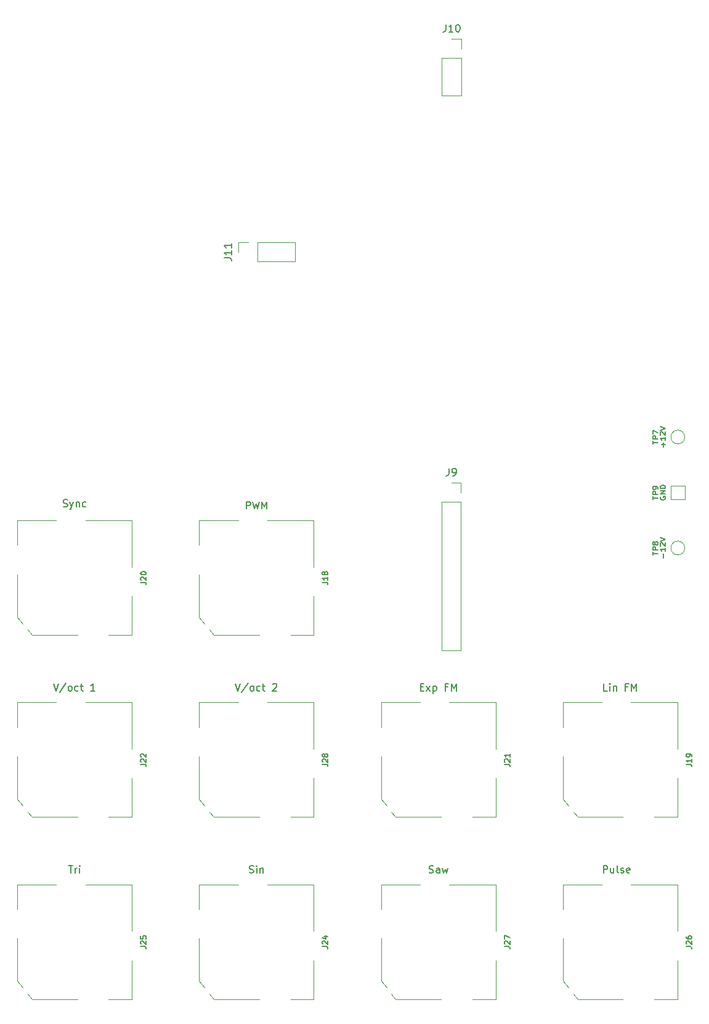
<source format=gto>
G04 #@! TF.GenerationSoftware,KiCad,Pcbnew,6.0.1-79c1e3a40b~116~ubuntu20.04.1*
G04 #@! TF.CreationDate,2022-01-29T22:23:29-05:00*
G04 #@! TF.ProjectId,herovco_back,6865726f-7663-46f5-9f62-61636b2e6b69,rev?*
G04 #@! TF.SameCoordinates,Original*
G04 #@! TF.FileFunction,Legend,Top*
G04 #@! TF.FilePolarity,Positive*
%FSLAX46Y46*%
G04 Gerber Fmt 4.6, Leading zero omitted, Abs format (unit mm)*
G04 Created by KiCad (PCBNEW 6.0.1-79c1e3a40b~116~ubuntu20.04.1) date 2022-01-29 22:23:29*
%MOMM*%
%LPD*%
G01*
G04 APERTURE LIST*
%ADD10C,0.150000*%
%ADD11C,0.120000*%
G04 APERTURE END LIST*
D10*
X113486666Y-162012380D02*
X114058095Y-162012380D01*
X113772380Y-163012380D02*
X113772380Y-162012380D01*
X114391428Y-163012380D02*
X114391428Y-162345714D01*
X114391428Y-162536190D02*
X114439047Y-162440952D01*
X114486666Y-162393333D01*
X114581904Y-162345714D01*
X114677142Y-162345714D01*
X115010476Y-163012380D02*
X115010476Y-162345714D01*
X115010476Y-162012380D02*
X114962857Y-162060000D01*
X115010476Y-162107619D01*
X115058095Y-162060000D01*
X115010476Y-162012380D01*
X115010476Y-162107619D01*
X136439047Y-137012380D02*
X136772380Y-138012380D01*
X137105714Y-137012380D01*
X138153333Y-136964761D02*
X137296190Y-138250476D01*
X138629523Y-138012380D02*
X138534285Y-137964761D01*
X138486666Y-137917142D01*
X138439047Y-137821904D01*
X138439047Y-137536190D01*
X138486666Y-137440952D01*
X138534285Y-137393333D01*
X138629523Y-137345714D01*
X138772380Y-137345714D01*
X138867619Y-137393333D01*
X138915238Y-137440952D01*
X138962857Y-137536190D01*
X138962857Y-137821904D01*
X138915238Y-137917142D01*
X138867619Y-137964761D01*
X138772380Y-138012380D01*
X138629523Y-138012380D01*
X139820000Y-137964761D02*
X139724761Y-138012380D01*
X139534285Y-138012380D01*
X139439047Y-137964761D01*
X139391428Y-137917142D01*
X139343809Y-137821904D01*
X139343809Y-137536190D01*
X139391428Y-137440952D01*
X139439047Y-137393333D01*
X139534285Y-137345714D01*
X139724761Y-137345714D01*
X139820000Y-137393333D01*
X140105714Y-137345714D02*
X140486666Y-137345714D01*
X140248571Y-137012380D02*
X140248571Y-137869523D01*
X140296190Y-137964761D01*
X140391428Y-138012380D01*
X140486666Y-138012380D01*
X141534285Y-137107619D02*
X141581904Y-137060000D01*
X141677142Y-137012380D01*
X141915238Y-137012380D01*
X142010476Y-137060000D01*
X142058095Y-137107619D01*
X142105714Y-137202857D01*
X142105714Y-137298095D01*
X142058095Y-137440952D01*
X141486666Y-138012380D01*
X142105714Y-138012380D01*
X161867619Y-137488571D02*
X162200952Y-137488571D01*
X162343809Y-138012380D02*
X161867619Y-138012380D01*
X161867619Y-137012380D01*
X162343809Y-137012380D01*
X162677142Y-138012380D02*
X163200952Y-137345714D01*
X162677142Y-137345714D02*
X163200952Y-138012380D01*
X163581904Y-137345714D02*
X163581904Y-138345714D01*
X163581904Y-137393333D02*
X163677142Y-137345714D01*
X163867619Y-137345714D01*
X163962857Y-137393333D01*
X164010476Y-137440952D01*
X164058095Y-137536190D01*
X164058095Y-137821904D01*
X164010476Y-137917142D01*
X163962857Y-137964761D01*
X163867619Y-138012380D01*
X163677142Y-138012380D01*
X163581904Y-137964761D01*
X165581904Y-137488571D02*
X165248571Y-137488571D01*
X165248571Y-138012380D02*
X165248571Y-137012380D01*
X165724761Y-137012380D01*
X166105714Y-138012380D02*
X166105714Y-137012380D01*
X166439047Y-137726666D01*
X166772380Y-137012380D01*
X166772380Y-138012380D01*
X138343809Y-162964761D02*
X138486666Y-163012380D01*
X138724761Y-163012380D01*
X138820000Y-162964761D01*
X138867619Y-162917142D01*
X138915238Y-162821904D01*
X138915238Y-162726666D01*
X138867619Y-162631428D01*
X138820000Y-162583809D01*
X138724761Y-162536190D01*
X138534285Y-162488571D01*
X138439047Y-162440952D01*
X138391428Y-162393333D01*
X138343809Y-162298095D01*
X138343809Y-162202857D01*
X138391428Y-162107619D01*
X138439047Y-162060000D01*
X138534285Y-162012380D01*
X138772380Y-162012380D01*
X138915238Y-162060000D01*
X139343809Y-163012380D02*
X139343809Y-162345714D01*
X139343809Y-162012380D02*
X139296190Y-162060000D01*
X139343809Y-162107619D01*
X139391428Y-162060000D01*
X139343809Y-162012380D01*
X139343809Y-162107619D01*
X139820000Y-162345714D02*
X139820000Y-163012380D01*
X139820000Y-162440952D02*
X139867619Y-162393333D01*
X139962857Y-162345714D01*
X140105714Y-162345714D01*
X140200952Y-162393333D01*
X140248571Y-162488571D01*
X140248571Y-163012380D01*
X137915238Y-113012380D02*
X137915238Y-112012380D01*
X138296190Y-112012380D01*
X138391428Y-112060000D01*
X138439047Y-112107619D01*
X138486666Y-112202857D01*
X138486666Y-112345714D01*
X138439047Y-112440952D01*
X138391428Y-112488571D01*
X138296190Y-112536190D01*
X137915238Y-112536190D01*
X138820000Y-112012380D02*
X139058095Y-113012380D01*
X139248571Y-112298095D01*
X139439047Y-113012380D01*
X139677142Y-112012380D01*
X140058095Y-113012380D02*
X140058095Y-112012380D01*
X140391428Y-112726666D01*
X140724761Y-112012380D01*
X140724761Y-113012380D01*
X112772380Y-112698761D02*
X112915238Y-112746380D01*
X113153333Y-112746380D01*
X113248571Y-112698761D01*
X113296190Y-112651142D01*
X113343809Y-112555904D01*
X113343809Y-112460666D01*
X113296190Y-112365428D01*
X113248571Y-112317809D01*
X113153333Y-112270190D01*
X112962857Y-112222571D01*
X112867619Y-112174952D01*
X112820000Y-112127333D01*
X112772380Y-112032095D01*
X112772380Y-111936857D01*
X112820000Y-111841619D01*
X112867619Y-111794000D01*
X112962857Y-111746380D01*
X113200952Y-111746380D01*
X113343809Y-111794000D01*
X113677142Y-112079714D02*
X113915238Y-112746380D01*
X114153333Y-112079714D02*
X113915238Y-112746380D01*
X113820000Y-112984476D01*
X113772380Y-113032095D01*
X113677142Y-113079714D01*
X114534285Y-112079714D02*
X114534285Y-112746380D01*
X114534285Y-112174952D02*
X114581904Y-112127333D01*
X114677142Y-112079714D01*
X114820000Y-112079714D01*
X114915238Y-112127333D01*
X114962857Y-112222571D01*
X114962857Y-112746380D01*
X115867619Y-112698761D02*
X115772380Y-112746380D01*
X115581904Y-112746380D01*
X115486666Y-112698761D01*
X115439047Y-112651142D01*
X115391428Y-112555904D01*
X115391428Y-112270190D01*
X115439047Y-112174952D01*
X115486666Y-112127333D01*
X115581904Y-112079714D01*
X115772380Y-112079714D01*
X115867619Y-112127333D01*
X111439047Y-137012380D02*
X111772380Y-138012380D01*
X112105714Y-137012380D01*
X113153333Y-136964761D02*
X112296190Y-138250476D01*
X113629523Y-138012380D02*
X113534285Y-137964761D01*
X113486666Y-137917142D01*
X113439047Y-137821904D01*
X113439047Y-137536190D01*
X113486666Y-137440952D01*
X113534285Y-137393333D01*
X113629523Y-137345714D01*
X113772380Y-137345714D01*
X113867619Y-137393333D01*
X113915238Y-137440952D01*
X113962857Y-137536190D01*
X113962857Y-137821904D01*
X113915238Y-137917142D01*
X113867619Y-137964761D01*
X113772380Y-138012380D01*
X113629523Y-138012380D01*
X114820000Y-137964761D02*
X114724761Y-138012380D01*
X114534285Y-138012380D01*
X114439047Y-137964761D01*
X114391428Y-137917142D01*
X114343809Y-137821904D01*
X114343809Y-137536190D01*
X114391428Y-137440952D01*
X114439047Y-137393333D01*
X114534285Y-137345714D01*
X114724761Y-137345714D01*
X114820000Y-137393333D01*
X115105714Y-137345714D02*
X115486666Y-137345714D01*
X115248571Y-137012380D02*
X115248571Y-137869523D01*
X115296190Y-137964761D01*
X115391428Y-138012380D01*
X115486666Y-138012380D01*
X117105714Y-138012380D02*
X116534285Y-138012380D01*
X116820000Y-138012380D02*
X116820000Y-137012380D01*
X116724761Y-137155238D01*
X116629523Y-137250476D01*
X116534285Y-137298095D01*
X187010476Y-163012380D02*
X187010476Y-162012380D01*
X187391428Y-162012380D01*
X187486666Y-162060000D01*
X187534285Y-162107619D01*
X187581904Y-162202857D01*
X187581904Y-162345714D01*
X187534285Y-162440952D01*
X187486666Y-162488571D01*
X187391428Y-162536190D01*
X187010476Y-162536190D01*
X188439047Y-162345714D02*
X188439047Y-163012380D01*
X188010476Y-162345714D02*
X188010476Y-162869523D01*
X188058095Y-162964761D01*
X188153333Y-163012380D01*
X188296190Y-163012380D01*
X188391428Y-162964761D01*
X188439047Y-162917142D01*
X189058095Y-163012380D02*
X188962857Y-162964761D01*
X188915238Y-162869523D01*
X188915238Y-162012380D01*
X189391428Y-162964761D02*
X189486666Y-163012380D01*
X189677142Y-163012380D01*
X189772380Y-162964761D01*
X189820000Y-162869523D01*
X189820000Y-162821904D01*
X189772380Y-162726666D01*
X189677142Y-162679047D01*
X189534285Y-162679047D01*
X189439047Y-162631428D01*
X189391428Y-162536190D01*
X189391428Y-162488571D01*
X189439047Y-162393333D01*
X189534285Y-162345714D01*
X189677142Y-162345714D01*
X189772380Y-162393333D01*
X190629523Y-162964761D02*
X190534285Y-163012380D01*
X190343809Y-163012380D01*
X190248571Y-162964761D01*
X190200952Y-162869523D01*
X190200952Y-162488571D01*
X190248571Y-162393333D01*
X190343809Y-162345714D01*
X190534285Y-162345714D01*
X190629523Y-162393333D01*
X190677142Y-162488571D01*
X190677142Y-162583809D01*
X190200952Y-162679047D01*
X163058095Y-162964761D02*
X163200952Y-163012380D01*
X163439047Y-163012380D01*
X163534285Y-162964761D01*
X163581904Y-162917142D01*
X163629523Y-162821904D01*
X163629523Y-162726666D01*
X163581904Y-162631428D01*
X163534285Y-162583809D01*
X163439047Y-162536190D01*
X163248571Y-162488571D01*
X163153333Y-162440952D01*
X163105714Y-162393333D01*
X163058095Y-162298095D01*
X163058095Y-162202857D01*
X163105714Y-162107619D01*
X163153333Y-162060000D01*
X163248571Y-162012380D01*
X163486666Y-162012380D01*
X163629523Y-162060000D01*
X164486666Y-163012380D02*
X164486666Y-162488571D01*
X164439047Y-162393333D01*
X164343809Y-162345714D01*
X164153333Y-162345714D01*
X164058095Y-162393333D01*
X164486666Y-162964761D02*
X164391428Y-163012380D01*
X164153333Y-163012380D01*
X164058095Y-162964761D01*
X164010476Y-162869523D01*
X164010476Y-162774285D01*
X164058095Y-162679047D01*
X164153333Y-162631428D01*
X164391428Y-162631428D01*
X164486666Y-162583809D01*
X164867619Y-162345714D02*
X165058095Y-163012380D01*
X165248571Y-162536190D01*
X165439047Y-163012380D01*
X165629523Y-162345714D01*
X187558095Y-138012380D02*
X187081904Y-138012380D01*
X187081904Y-137012380D01*
X187891428Y-138012380D02*
X187891428Y-137345714D01*
X187891428Y-137012380D02*
X187843809Y-137060000D01*
X187891428Y-137107619D01*
X187939047Y-137060000D01*
X187891428Y-137012380D01*
X187891428Y-137107619D01*
X188367619Y-137345714D02*
X188367619Y-138012380D01*
X188367619Y-137440952D02*
X188415238Y-137393333D01*
X188510476Y-137345714D01*
X188653333Y-137345714D01*
X188748571Y-137393333D01*
X188796190Y-137488571D01*
X188796190Y-138012380D01*
X190367619Y-137488571D02*
X190034285Y-137488571D01*
X190034285Y-138012380D02*
X190034285Y-137012380D01*
X190510476Y-137012380D01*
X190891428Y-138012380D02*
X190891428Y-137012380D01*
X191224761Y-137726666D01*
X191558095Y-137012380D01*
X191558095Y-138012380D01*
G04 #@! TO.C,J10*
X165325476Y-46507380D02*
X165325476Y-47221666D01*
X165277857Y-47364523D01*
X165182619Y-47459761D01*
X165039761Y-47507380D01*
X164944523Y-47507380D01*
X166325476Y-47507380D02*
X165754047Y-47507380D01*
X166039761Y-47507380D02*
X166039761Y-46507380D01*
X165944523Y-46650238D01*
X165849285Y-46745476D01*
X165754047Y-46793095D01*
X166944523Y-46507380D02*
X167039761Y-46507380D01*
X167135000Y-46555000D01*
X167182619Y-46602619D01*
X167230238Y-46697857D01*
X167277857Y-46888333D01*
X167277857Y-47126428D01*
X167230238Y-47316904D01*
X167182619Y-47412142D01*
X167135000Y-47459761D01*
X167039761Y-47507380D01*
X166944523Y-47507380D01*
X166849285Y-47459761D01*
X166801666Y-47412142D01*
X166754047Y-47316904D01*
X166706428Y-47126428D01*
X166706428Y-46888333D01*
X166754047Y-46697857D01*
X166801666Y-46602619D01*
X166849285Y-46555000D01*
X166944523Y-46507380D01*
G04 #@! TO.C,J9*
X165776666Y-107452380D02*
X165776666Y-108166666D01*
X165729047Y-108309523D01*
X165633809Y-108404761D01*
X165490952Y-108452380D01*
X165395714Y-108452380D01*
X166300476Y-108452380D02*
X166490952Y-108452380D01*
X166586190Y-108404761D01*
X166633809Y-108357142D01*
X166729047Y-108214285D01*
X166776666Y-108023809D01*
X166776666Y-107642857D01*
X166729047Y-107547619D01*
X166681428Y-107500000D01*
X166586190Y-107452380D01*
X166395714Y-107452380D01*
X166300476Y-107500000D01*
X166252857Y-107547619D01*
X166205238Y-107642857D01*
X166205238Y-107880952D01*
X166252857Y-107976190D01*
X166300476Y-108023809D01*
X166395714Y-108071428D01*
X166586190Y-108071428D01*
X166681428Y-108023809D01*
X166729047Y-107976190D01*
X166776666Y-107880952D01*
G04 #@! TO.C,J19*
X198389285Y-148107142D02*
X198925000Y-148107142D01*
X199032142Y-148142857D01*
X199103571Y-148214285D01*
X199139285Y-148321428D01*
X199139285Y-148392857D01*
X199139285Y-147357142D02*
X199139285Y-147785714D01*
X199139285Y-147571428D02*
X198389285Y-147571428D01*
X198496428Y-147642857D01*
X198567857Y-147714285D01*
X198603571Y-147785714D01*
X199139285Y-147000000D02*
X199139285Y-146857142D01*
X199103571Y-146785714D01*
X199067857Y-146750000D01*
X198960714Y-146678571D01*
X198817857Y-146642857D01*
X198532142Y-146642857D01*
X198460714Y-146678571D01*
X198425000Y-146714285D01*
X198389285Y-146785714D01*
X198389285Y-146928571D01*
X198425000Y-147000000D01*
X198460714Y-147035714D01*
X198532142Y-147071428D01*
X198710714Y-147071428D01*
X198782142Y-147035714D01*
X198817857Y-147000000D01*
X198853571Y-146928571D01*
X198853571Y-146785714D01*
X198817857Y-146714285D01*
X198782142Y-146678571D01*
X198710714Y-146642857D01*
G04 #@! TO.C,J21*
X173389285Y-148107142D02*
X173925000Y-148107142D01*
X174032142Y-148142857D01*
X174103571Y-148214285D01*
X174139285Y-148321428D01*
X174139285Y-148392857D01*
X173460714Y-147785714D02*
X173425000Y-147750000D01*
X173389285Y-147678571D01*
X173389285Y-147500000D01*
X173425000Y-147428571D01*
X173460714Y-147392857D01*
X173532142Y-147357142D01*
X173603571Y-147357142D01*
X173710714Y-147392857D01*
X174139285Y-147821428D01*
X174139285Y-147357142D01*
X174139285Y-146642857D02*
X174139285Y-147071428D01*
X174139285Y-146857142D02*
X173389285Y-146857142D01*
X173496428Y-146928571D01*
X173567857Y-147000000D01*
X173603571Y-147071428D01*
G04 #@! TO.C,J22*
X123389285Y-148107142D02*
X123925000Y-148107142D01*
X124032142Y-148142857D01*
X124103571Y-148214285D01*
X124139285Y-148321428D01*
X124139285Y-148392857D01*
X123460714Y-147785714D02*
X123425000Y-147750000D01*
X123389285Y-147678571D01*
X123389285Y-147500000D01*
X123425000Y-147428571D01*
X123460714Y-147392857D01*
X123532142Y-147357142D01*
X123603571Y-147357142D01*
X123710714Y-147392857D01*
X124139285Y-147821428D01*
X124139285Y-147357142D01*
X123460714Y-147071428D02*
X123425000Y-147035714D01*
X123389285Y-146964285D01*
X123389285Y-146785714D01*
X123425000Y-146714285D01*
X123460714Y-146678571D01*
X123532142Y-146642857D01*
X123603571Y-146642857D01*
X123710714Y-146678571D01*
X124139285Y-147107142D01*
X124139285Y-146642857D01*
G04 #@! TO.C,J26*
X198389285Y-173107142D02*
X198925000Y-173107142D01*
X199032142Y-173142857D01*
X199103571Y-173214285D01*
X199139285Y-173321428D01*
X199139285Y-173392857D01*
X198460714Y-172785714D02*
X198425000Y-172750000D01*
X198389285Y-172678571D01*
X198389285Y-172500000D01*
X198425000Y-172428571D01*
X198460714Y-172392857D01*
X198532142Y-172357142D01*
X198603571Y-172357142D01*
X198710714Y-172392857D01*
X199139285Y-172821428D01*
X199139285Y-172357142D01*
X198389285Y-171714285D02*
X198389285Y-171857142D01*
X198425000Y-171928571D01*
X198460714Y-171964285D01*
X198567857Y-172035714D01*
X198710714Y-172071428D01*
X198996428Y-172071428D01*
X199067857Y-172035714D01*
X199103571Y-172000000D01*
X199139285Y-171928571D01*
X199139285Y-171785714D01*
X199103571Y-171714285D01*
X199067857Y-171678571D01*
X198996428Y-171642857D01*
X198817857Y-171642857D01*
X198746428Y-171678571D01*
X198710714Y-171714285D01*
X198675000Y-171785714D01*
X198675000Y-171928571D01*
X198710714Y-172000000D01*
X198746428Y-172035714D01*
X198817857Y-172071428D01*
G04 #@! TO.C,J28*
X148389285Y-148107142D02*
X148925000Y-148107142D01*
X149032142Y-148142857D01*
X149103571Y-148214285D01*
X149139285Y-148321428D01*
X149139285Y-148392857D01*
X148460714Y-147785714D02*
X148425000Y-147750000D01*
X148389285Y-147678571D01*
X148389285Y-147500000D01*
X148425000Y-147428571D01*
X148460714Y-147392857D01*
X148532142Y-147357142D01*
X148603571Y-147357142D01*
X148710714Y-147392857D01*
X149139285Y-147821428D01*
X149139285Y-147357142D01*
X148710714Y-146928571D02*
X148675000Y-147000000D01*
X148639285Y-147035714D01*
X148567857Y-147071428D01*
X148532142Y-147071428D01*
X148460714Y-147035714D01*
X148425000Y-147000000D01*
X148389285Y-146928571D01*
X148389285Y-146785714D01*
X148425000Y-146714285D01*
X148460714Y-146678571D01*
X148532142Y-146642857D01*
X148567857Y-146642857D01*
X148639285Y-146678571D01*
X148675000Y-146714285D01*
X148710714Y-146785714D01*
X148710714Y-146928571D01*
X148746428Y-147000000D01*
X148782142Y-147035714D01*
X148853571Y-147071428D01*
X148996428Y-147071428D01*
X149067857Y-147035714D01*
X149103571Y-147000000D01*
X149139285Y-146928571D01*
X149139285Y-146785714D01*
X149103571Y-146714285D01*
X149067857Y-146678571D01*
X148996428Y-146642857D01*
X148853571Y-146642857D01*
X148782142Y-146678571D01*
X148746428Y-146714285D01*
X148710714Y-146785714D01*
G04 #@! TO.C,J27*
X173389285Y-173107142D02*
X173925000Y-173107142D01*
X174032142Y-173142857D01*
X174103571Y-173214285D01*
X174139285Y-173321428D01*
X174139285Y-173392857D01*
X173460714Y-172785714D02*
X173425000Y-172750000D01*
X173389285Y-172678571D01*
X173389285Y-172500000D01*
X173425000Y-172428571D01*
X173460714Y-172392857D01*
X173532142Y-172357142D01*
X173603571Y-172357142D01*
X173710714Y-172392857D01*
X174139285Y-172821428D01*
X174139285Y-172357142D01*
X173389285Y-172107142D02*
X173389285Y-171607142D01*
X174139285Y-171928571D01*
G04 #@! TO.C,TP9*
X193781285Y-111716428D02*
X193781285Y-111287857D01*
X194531285Y-111502142D02*
X193781285Y-111502142D01*
X194531285Y-111037857D02*
X193781285Y-111037857D01*
X193781285Y-110752142D01*
X193817000Y-110680714D01*
X193852714Y-110645000D01*
X193924142Y-110609285D01*
X194031285Y-110609285D01*
X194102714Y-110645000D01*
X194138428Y-110680714D01*
X194174142Y-110752142D01*
X194174142Y-111037857D01*
X194531285Y-110252142D02*
X194531285Y-110109285D01*
X194495571Y-110037857D01*
X194459857Y-110002142D01*
X194352714Y-109930714D01*
X194209857Y-109895000D01*
X193924142Y-109895000D01*
X193852714Y-109930714D01*
X193817000Y-109966428D01*
X193781285Y-110037857D01*
X193781285Y-110180714D01*
X193817000Y-110252142D01*
X193852714Y-110287857D01*
X193924142Y-110323571D01*
X194102714Y-110323571D01*
X194174142Y-110287857D01*
X194209857Y-110252142D01*
X194245571Y-110180714D01*
X194245571Y-110037857D01*
X194209857Y-109966428D01*
X194174142Y-109930714D01*
X194102714Y-109895000D01*
X194833000Y-111341428D02*
X194797285Y-111412857D01*
X194797285Y-111520000D01*
X194833000Y-111627142D01*
X194904428Y-111698571D01*
X194975857Y-111734285D01*
X195118714Y-111770000D01*
X195225857Y-111770000D01*
X195368714Y-111734285D01*
X195440142Y-111698571D01*
X195511571Y-111627142D01*
X195547285Y-111520000D01*
X195547285Y-111448571D01*
X195511571Y-111341428D01*
X195475857Y-111305714D01*
X195225857Y-111305714D01*
X195225857Y-111448571D01*
X195547285Y-110984285D02*
X194797285Y-110984285D01*
X195547285Y-110555714D01*
X194797285Y-110555714D01*
X195547285Y-110198571D02*
X194797285Y-110198571D01*
X194797285Y-110020000D01*
X194833000Y-109912857D01*
X194904428Y-109841428D01*
X194975857Y-109805714D01*
X195118714Y-109770000D01*
X195225857Y-109770000D01*
X195368714Y-109805714D01*
X195440142Y-109841428D01*
X195511571Y-109912857D01*
X195547285Y-110020000D01*
X195547285Y-110198571D01*
G04 #@! TO.C,J24*
X148389285Y-173107142D02*
X148925000Y-173107142D01*
X149032142Y-173142857D01*
X149103571Y-173214285D01*
X149139285Y-173321428D01*
X149139285Y-173392857D01*
X148460714Y-172785714D02*
X148425000Y-172750000D01*
X148389285Y-172678571D01*
X148389285Y-172500000D01*
X148425000Y-172428571D01*
X148460714Y-172392857D01*
X148532142Y-172357142D01*
X148603571Y-172357142D01*
X148710714Y-172392857D01*
X149139285Y-172821428D01*
X149139285Y-172357142D01*
X148639285Y-171714285D02*
X149139285Y-171714285D01*
X148353571Y-171892857D02*
X148889285Y-172071428D01*
X148889285Y-171607142D01*
G04 #@! TO.C,TP7*
X193781285Y-104096428D02*
X193781285Y-103667857D01*
X194531285Y-103882142D02*
X193781285Y-103882142D01*
X194531285Y-103417857D02*
X193781285Y-103417857D01*
X193781285Y-103132142D01*
X193817000Y-103060714D01*
X193852714Y-103025000D01*
X193924142Y-102989285D01*
X194031285Y-102989285D01*
X194102714Y-103025000D01*
X194138428Y-103060714D01*
X194174142Y-103132142D01*
X194174142Y-103417857D01*
X193781285Y-102739285D02*
X193781285Y-102239285D01*
X194531285Y-102560714D01*
X195261571Y-104471428D02*
X195261571Y-103900000D01*
X195547285Y-104185714D02*
X194975857Y-104185714D01*
X195547285Y-103150000D02*
X195547285Y-103578571D01*
X195547285Y-103364285D02*
X194797285Y-103364285D01*
X194904428Y-103435714D01*
X194975857Y-103507142D01*
X195011571Y-103578571D01*
X194868714Y-102864285D02*
X194833000Y-102828571D01*
X194797285Y-102757142D01*
X194797285Y-102578571D01*
X194833000Y-102507142D01*
X194868714Y-102471428D01*
X194940142Y-102435714D01*
X195011571Y-102435714D01*
X195118714Y-102471428D01*
X195547285Y-102900000D01*
X195547285Y-102435714D01*
X194797285Y-102221428D02*
X195547285Y-101971428D01*
X194797285Y-101721428D01*
G04 #@! TO.C,J18*
X148389285Y-123107142D02*
X148925000Y-123107142D01*
X149032142Y-123142857D01*
X149103571Y-123214285D01*
X149139285Y-123321428D01*
X149139285Y-123392857D01*
X149139285Y-122357142D02*
X149139285Y-122785714D01*
X149139285Y-122571428D02*
X148389285Y-122571428D01*
X148496428Y-122642857D01*
X148567857Y-122714285D01*
X148603571Y-122785714D01*
X148710714Y-121928571D02*
X148675000Y-122000000D01*
X148639285Y-122035714D01*
X148567857Y-122071428D01*
X148532142Y-122071428D01*
X148460714Y-122035714D01*
X148425000Y-122000000D01*
X148389285Y-121928571D01*
X148389285Y-121785714D01*
X148425000Y-121714285D01*
X148460714Y-121678571D01*
X148532142Y-121642857D01*
X148567857Y-121642857D01*
X148639285Y-121678571D01*
X148675000Y-121714285D01*
X148710714Y-121785714D01*
X148710714Y-121928571D01*
X148746428Y-122000000D01*
X148782142Y-122035714D01*
X148853571Y-122071428D01*
X148996428Y-122071428D01*
X149067857Y-122035714D01*
X149103571Y-122000000D01*
X149139285Y-121928571D01*
X149139285Y-121785714D01*
X149103571Y-121714285D01*
X149067857Y-121678571D01*
X148996428Y-121642857D01*
X148853571Y-121642857D01*
X148782142Y-121678571D01*
X148746428Y-121714285D01*
X148710714Y-121785714D01*
G04 #@! TO.C,J25*
X123389285Y-173107142D02*
X123925000Y-173107142D01*
X124032142Y-173142857D01*
X124103571Y-173214285D01*
X124139285Y-173321428D01*
X124139285Y-173392857D01*
X123460714Y-172785714D02*
X123425000Y-172750000D01*
X123389285Y-172678571D01*
X123389285Y-172500000D01*
X123425000Y-172428571D01*
X123460714Y-172392857D01*
X123532142Y-172357142D01*
X123603571Y-172357142D01*
X123710714Y-172392857D01*
X124139285Y-172821428D01*
X124139285Y-172357142D01*
X123389285Y-171678571D02*
X123389285Y-172035714D01*
X123746428Y-172071428D01*
X123710714Y-172035714D01*
X123675000Y-171964285D01*
X123675000Y-171785714D01*
X123710714Y-171714285D01*
X123746428Y-171678571D01*
X123817857Y-171642857D01*
X123996428Y-171642857D01*
X124067857Y-171678571D01*
X124103571Y-171714285D01*
X124139285Y-171785714D01*
X124139285Y-171964285D01*
X124103571Y-172035714D01*
X124067857Y-172071428D01*
G04 #@! TO.C,J20*
X123389285Y-123107142D02*
X123925000Y-123107142D01*
X124032142Y-123142857D01*
X124103571Y-123214285D01*
X124139285Y-123321428D01*
X124139285Y-123392857D01*
X123460714Y-122785714D02*
X123425000Y-122750000D01*
X123389285Y-122678571D01*
X123389285Y-122500000D01*
X123425000Y-122428571D01*
X123460714Y-122392857D01*
X123532142Y-122357142D01*
X123603571Y-122357142D01*
X123710714Y-122392857D01*
X124139285Y-122821428D01*
X124139285Y-122357142D01*
X123389285Y-121892857D02*
X123389285Y-121821428D01*
X123425000Y-121750000D01*
X123460714Y-121714285D01*
X123532142Y-121678571D01*
X123675000Y-121642857D01*
X123853571Y-121642857D01*
X123996428Y-121678571D01*
X124067857Y-121714285D01*
X124103571Y-121750000D01*
X124139285Y-121821428D01*
X124139285Y-121892857D01*
X124103571Y-121964285D01*
X124067857Y-122000000D01*
X123996428Y-122035714D01*
X123853571Y-122071428D01*
X123675000Y-122071428D01*
X123532142Y-122035714D01*
X123460714Y-122000000D01*
X123425000Y-121964285D01*
X123389285Y-121892857D01*
G04 #@! TO.C,J11*
X134867380Y-78534523D02*
X135581666Y-78534523D01*
X135724523Y-78582142D01*
X135819761Y-78677380D01*
X135867380Y-78820238D01*
X135867380Y-78915476D01*
X135867380Y-77534523D02*
X135867380Y-78105952D01*
X135867380Y-77820238D02*
X134867380Y-77820238D01*
X135010238Y-77915476D01*
X135105476Y-78010714D01*
X135153095Y-78105952D01*
X135867380Y-76582142D02*
X135867380Y-77153571D01*
X135867380Y-76867857D02*
X134867380Y-76867857D01*
X135010238Y-76963095D01*
X135105476Y-77058333D01*
X135153095Y-77153571D01*
G04 #@! TO.C,TP8*
X193781285Y-119336428D02*
X193781285Y-118907857D01*
X194531285Y-119122142D02*
X193781285Y-119122142D01*
X194531285Y-118657857D02*
X193781285Y-118657857D01*
X193781285Y-118372142D01*
X193817000Y-118300714D01*
X193852714Y-118265000D01*
X193924142Y-118229285D01*
X194031285Y-118229285D01*
X194102714Y-118265000D01*
X194138428Y-118300714D01*
X194174142Y-118372142D01*
X194174142Y-118657857D01*
X194102714Y-117800714D02*
X194067000Y-117872142D01*
X194031285Y-117907857D01*
X193959857Y-117943571D01*
X193924142Y-117943571D01*
X193852714Y-117907857D01*
X193817000Y-117872142D01*
X193781285Y-117800714D01*
X193781285Y-117657857D01*
X193817000Y-117586428D01*
X193852714Y-117550714D01*
X193924142Y-117515000D01*
X193959857Y-117515000D01*
X194031285Y-117550714D01*
X194067000Y-117586428D01*
X194102714Y-117657857D01*
X194102714Y-117800714D01*
X194138428Y-117872142D01*
X194174142Y-117907857D01*
X194245571Y-117943571D01*
X194388428Y-117943571D01*
X194459857Y-117907857D01*
X194495571Y-117872142D01*
X194531285Y-117800714D01*
X194531285Y-117657857D01*
X194495571Y-117586428D01*
X194459857Y-117550714D01*
X194388428Y-117515000D01*
X194245571Y-117515000D01*
X194174142Y-117550714D01*
X194138428Y-117586428D01*
X194102714Y-117657857D01*
X195261571Y-119711428D02*
X195261571Y-119140000D01*
X195547285Y-118390000D02*
X195547285Y-118818571D01*
X195547285Y-118604285D02*
X194797285Y-118604285D01*
X194904428Y-118675714D01*
X194975857Y-118747142D01*
X195011571Y-118818571D01*
X194868714Y-118104285D02*
X194833000Y-118068571D01*
X194797285Y-117997142D01*
X194797285Y-117818571D01*
X194833000Y-117747142D01*
X194868714Y-117711428D01*
X194940142Y-117675714D01*
X195011571Y-117675714D01*
X195118714Y-117711428D01*
X195547285Y-118140000D01*
X195547285Y-117675714D01*
X194797285Y-117461428D02*
X195547285Y-117211428D01*
X194797285Y-116961428D01*
D11*
G04 #@! TO.C,J10*
X167465000Y-51095000D02*
X167465000Y-56235000D01*
X167465000Y-48495000D02*
X167465000Y-49825000D01*
X164805000Y-51095000D02*
X164805000Y-56235000D01*
X164805000Y-56235000D02*
X167465000Y-56235000D01*
X164805000Y-51095000D02*
X167465000Y-51095000D01*
X166135000Y-48495000D02*
X167465000Y-48495000D01*
G04 #@! TO.C,J9*
X166110000Y-109440000D02*
X167440000Y-109440000D01*
X167440000Y-112040000D02*
X167440000Y-132420000D01*
X167440000Y-109440000D02*
X167440000Y-110770000D01*
X164780000Y-112040000D02*
X164780000Y-132420000D01*
X164780000Y-132420000D02*
X167440000Y-132420000D01*
X164780000Y-112040000D02*
X167440000Y-112040000D01*
G04 #@! TO.C,J19*
X189700000Y-155350000D02*
X183500000Y-155350000D01*
X181450000Y-139600000D02*
X186800000Y-139600000D01*
X197200000Y-155350000D02*
X194000000Y-155350000D01*
X182210000Y-153790000D02*
X181450000Y-152850000D01*
X190800000Y-139600000D02*
X197200000Y-139600000D01*
X183500000Y-155350000D02*
X183450000Y-155350000D01*
X197200000Y-139600000D02*
X197200000Y-146000000D01*
X197200000Y-150000000D02*
X197200000Y-155350000D01*
X181450000Y-143000000D02*
X181450000Y-139600000D01*
X183450000Y-155350000D02*
X182860000Y-154610000D01*
X181450000Y-152850000D02*
X181450000Y-147000000D01*
G04 #@! TO.C,J21*
X156450000Y-152850000D02*
X156450000Y-147000000D01*
X172200000Y-155350000D02*
X169000000Y-155350000D01*
X157210000Y-153790000D02*
X156450000Y-152850000D01*
X164700000Y-155350000D02*
X158500000Y-155350000D01*
X156450000Y-139600000D02*
X161800000Y-139600000D01*
X158450000Y-155350000D02*
X157860000Y-154610000D01*
X172200000Y-150000000D02*
X172200000Y-155350000D01*
X172200000Y-139600000D02*
X172200000Y-146000000D01*
X165800000Y-139600000D02*
X172200000Y-139600000D01*
X158500000Y-155350000D02*
X158450000Y-155350000D01*
X156450000Y-143000000D02*
X156450000Y-139600000D01*
G04 #@! TO.C,J22*
X107210000Y-153790000D02*
X106450000Y-152850000D01*
X122200000Y-155350000D02*
X119000000Y-155350000D01*
X106450000Y-139600000D02*
X111800000Y-139600000D01*
X115800000Y-139600000D02*
X122200000Y-139600000D01*
X106450000Y-143000000D02*
X106450000Y-139600000D01*
X106450000Y-152850000D02*
X106450000Y-147000000D01*
X122200000Y-150000000D02*
X122200000Y-155350000D01*
X122200000Y-139600000D02*
X122200000Y-146000000D01*
X108500000Y-155350000D02*
X108450000Y-155350000D01*
X108450000Y-155350000D02*
X107860000Y-154610000D01*
X114700000Y-155350000D02*
X108500000Y-155350000D01*
G04 #@! TO.C,J26*
X181450000Y-164600000D02*
X186800000Y-164600000D01*
X190800000Y-164600000D02*
X197200000Y-164600000D01*
X197200000Y-164600000D02*
X197200000Y-171000000D01*
X183450000Y-180350000D02*
X182860000Y-179610000D01*
X181450000Y-168000000D02*
X181450000Y-164600000D01*
X182210000Y-178790000D02*
X181450000Y-177850000D01*
X189700000Y-180350000D02*
X183500000Y-180350000D01*
X197200000Y-180350000D02*
X194000000Y-180350000D01*
X197200000Y-175000000D02*
X197200000Y-180350000D01*
X181450000Y-177850000D02*
X181450000Y-172000000D01*
X183500000Y-180350000D02*
X183450000Y-180350000D01*
G04 #@! TO.C,J28*
X133500000Y-155350000D02*
X133450000Y-155350000D01*
X133450000Y-155350000D02*
X132860000Y-154610000D01*
X147200000Y-139600000D02*
X147200000Y-146000000D01*
X147200000Y-155350000D02*
X144000000Y-155350000D01*
X131450000Y-152850000D02*
X131450000Y-147000000D01*
X132210000Y-153790000D02*
X131450000Y-152850000D01*
X131450000Y-143000000D02*
X131450000Y-139600000D01*
X139700000Y-155350000D02*
X133500000Y-155350000D01*
X131450000Y-139600000D02*
X136800000Y-139600000D01*
X140800000Y-139600000D02*
X147200000Y-139600000D01*
X147200000Y-150000000D02*
X147200000Y-155350000D01*
G04 #@! TO.C,J27*
X172200000Y-175000000D02*
X172200000Y-180350000D01*
X165800000Y-164600000D02*
X172200000Y-164600000D01*
X156450000Y-164600000D02*
X161800000Y-164600000D01*
X164700000Y-180350000D02*
X158500000Y-180350000D01*
X158500000Y-180350000D02*
X158450000Y-180350000D01*
X157210000Y-178790000D02*
X156450000Y-177850000D01*
X172200000Y-164600000D02*
X172200000Y-171000000D01*
X156450000Y-177850000D02*
X156450000Y-172000000D01*
X158450000Y-180350000D02*
X157860000Y-179610000D01*
X172200000Y-180350000D02*
X169000000Y-180350000D01*
X156450000Y-168000000D02*
X156450000Y-164600000D01*
G04 #@! TO.C,TP9*
X198190000Y-111720000D02*
X196290000Y-111720000D01*
X196290000Y-111720000D02*
X196290000Y-109820000D01*
X198190000Y-109820000D02*
X198190000Y-111720000D01*
X196290000Y-109820000D02*
X198190000Y-109820000D01*
G04 #@! TO.C,J24*
X140800000Y-164600000D02*
X147200000Y-164600000D01*
X133500000Y-180350000D02*
X133450000Y-180350000D01*
X132210000Y-178790000D02*
X131450000Y-177850000D01*
X131450000Y-177850000D02*
X131450000Y-172000000D01*
X147200000Y-164600000D02*
X147200000Y-171000000D01*
X147200000Y-180350000D02*
X144000000Y-180350000D01*
X147200000Y-175000000D02*
X147200000Y-180350000D01*
X139700000Y-180350000D02*
X133500000Y-180350000D01*
X131450000Y-168000000D02*
X131450000Y-164600000D01*
X131450000Y-164600000D02*
X136800000Y-164600000D01*
X133450000Y-180350000D02*
X132860000Y-179610000D01*
G04 #@! TO.C,TP7*
X198190000Y-103150000D02*
G75*
G03*
X198190000Y-103150000I-950000J0D01*
G01*
G04 #@! TO.C,J18*
X133450000Y-130350000D02*
X132860000Y-129610000D01*
X131450000Y-114600000D02*
X136800000Y-114600000D01*
X140800000Y-114600000D02*
X147200000Y-114600000D01*
X147200000Y-114600000D02*
X147200000Y-121000000D01*
X133500000Y-130350000D02*
X133450000Y-130350000D01*
X131450000Y-118000000D02*
X131450000Y-114600000D01*
X132210000Y-128790000D02*
X131450000Y-127850000D01*
X147200000Y-130350000D02*
X144000000Y-130350000D01*
X139700000Y-130350000D02*
X133500000Y-130350000D01*
X131450000Y-127850000D02*
X131450000Y-122000000D01*
X147200000Y-125000000D02*
X147200000Y-130350000D01*
G04 #@! TO.C,J25*
X108450000Y-180350000D02*
X107860000Y-179610000D01*
X106450000Y-168000000D02*
X106450000Y-164600000D01*
X106450000Y-164600000D02*
X111800000Y-164600000D01*
X107210000Y-178790000D02*
X106450000Y-177850000D01*
X122200000Y-164600000D02*
X122200000Y-171000000D01*
X106450000Y-177850000D02*
X106450000Y-172000000D01*
X115800000Y-164600000D02*
X122200000Y-164600000D01*
X114700000Y-180350000D02*
X108500000Y-180350000D01*
X122200000Y-180350000D02*
X119000000Y-180350000D01*
X122200000Y-175000000D02*
X122200000Y-180350000D01*
X108500000Y-180350000D02*
X108450000Y-180350000D01*
G04 #@! TO.C,J20*
X106450000Y-114600000D02*
X111800000Y-114600000D01*
X106450000Y-127850000D02*
X106450000Y-122000000D01*
X122200000Y-130350000D02*
X119000000Y-130350000D01*
X106450000Y-118000000D02*
X106450000Y-114600000D01*
X108450000Y-130350000D02*
X107860000Y-129610000D01*
X114700000Y-130350000D02*
X108500000Y-130350000D01*
X122200000Y-114600000D02*
X122200000Y-121000000D01*
X122200000Y-125000000D02*
X122200000Y-130350000D01*
X108500000Y-130350000D02*
X108450000Y-130350000D01*
X107210000Y-128790000D02*
X106450000Y-127850000D01*
X115800000Y-114600000D02*
X122200000Y-114600000D01*
G04 #@! TO.C,J11*
X139455000Y-76395000D02*
X144595000Y-76395000D01*
X139455000Y-79055000D02*
X144595000Y-79055000D01*
X139455000Y-79055000D02*
X139455000Y-76395000D01*
X136855000Y-76395000D02*
X138185000Y-76395000D01*
X144595000Y-79055000D02*
X144595000Y-76395000D01*
X136855000Y-77725000D02*
X136855000Y-76395000D01*
G04 #@! TO.C,TP8*
X198190000Y-118390000D02*
G75*
G03*
X198190000Y-118390000I-950000J0D01*
G01*
G04 #@! TD*
M02*

</source>
